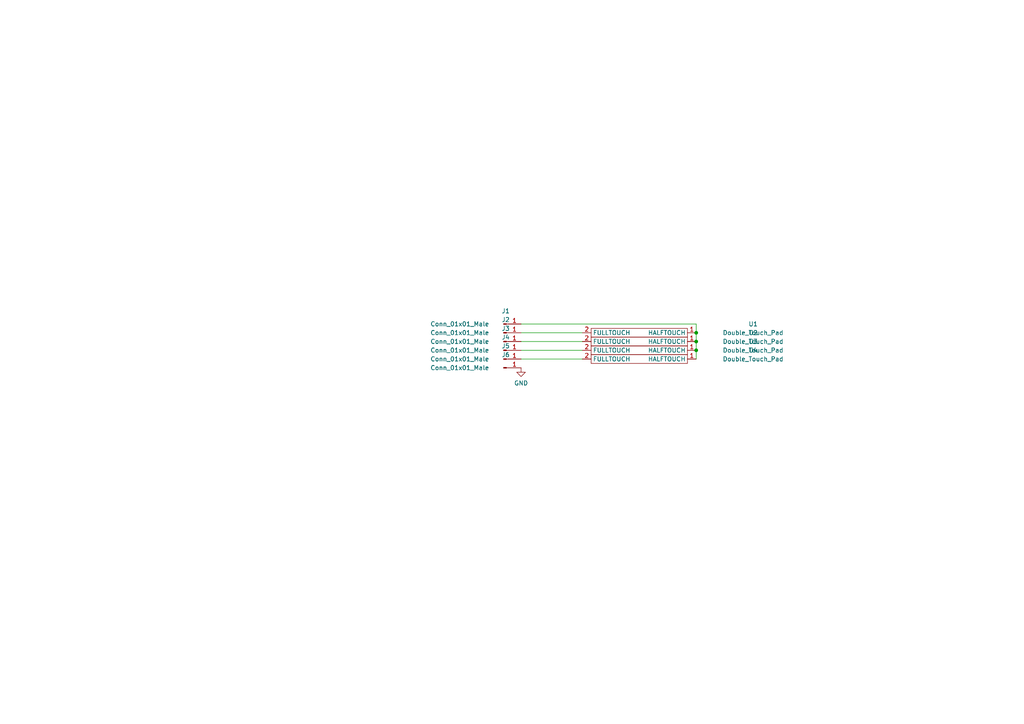
<source format=kicad_sch>
(kicad_sch (version 20211123) (generator eeschema)
  (paper "A4")
  (lib_symbols
    (symbol "Connector:Conn_01x01_Male" (pin_names (offset 1.016) hide)
      (property "Reference" "J" (at 0 2.54 0))
      (property "Value" "Conn_01x01_Male" (at 0 -2.54 0))
      (symbol "Conn_01x01_Male_1_1"
        (polyline (pts (xy 1.27 0) (xy 0.8636 0)) (stroke (width 0.1524)))
        (rectangle (start 0.8636 0.127) (end 0 -0.127) (stroke (width 0.1524)) (fill (type outline)))
        (pin passive line (at 5.08 0 180) (length 3.81) (name "Pin_1") (number "1"))
      )
    )
    (symbol "Time-O-Mat_Library:Double_Touch_Pad"
      (property "Reference" "U?" (at 13.97 3.649 0))
      (property "Value" "Double_Touch_Pad" (at 13.97 1.1121 0))
      (symbol "Double_Touch_Pad_0_1"
        (rectangle (start 0 -1.27) (end 27.94 -3.81) (stroke (width 0.1524)))
      )
      (symbol "Double_Touch_Pad_1_1"
        (pin input line (at 30.48 -2.54 180) (length 2.54) (name "HALFTOUCH") (number "1"))
        (pin input line (at -2.54 -2.54 0) (length 2.54) (name "FULLTOUCH") (number "2"))
      )
    )
    (symbol "power:GND" (power) (pin_names (offset 0))
      (property "Value" "GND" (at 0 -3.81 0))
      (symbol "GND_0_1"
        (polyline (pts (xy 0 0) (xy 0 -1.27) (xy 1.27 -1.27) (xy 0 -2.54) (xy -1.27 -1.27) (xy 0 -1.27)))
      )
      (symbol "GND_1_1"
        (pin power_in line (at 0 0 270) (length 0) hide (name "GND") (number "1"))
      )
    )
  )
  (junction (at 201.93 101.6))
  (junction (at 201.93 99.06))
  (junction (at 201.93 96.52))
  (wire (pts (xy 201.93 101.6) (xy 201.93 104.14)))
  (wire (pts (xy 201.93 99.06) (xy 201.93 101.6)))
  (wire (pts (xy 151.13 96.52) (xy 168.91 96.52)))
  (wire (pts (xy 151.13 99.06) (xy 168.91 99.06)))
  (wire (pts (xy 201.93 96.52) (xy 201.93 93.98)))
  (wire (pts (xy 151.13 104.14) (xy 168.91 104.14)))
  (wire (pts (xy 151.13 101.6) (xy 168.91 101.6)))
  (wire (pts (xy 201.93 96.52) (xy 201.93 99.06)))
  (wire (pts (xy 201.93 93.98) (xy 151.13 93.98)))
  (symbol (lib_id "Time-O-Mat_Library:Double_Touch_Pad") (at 171.45 96.52 0) (unit 1)
    (property "Reference" "U2" (at 218.44 96.5231 0))
    (property "Value" "Double_Touch_Pad" (at 218.44 99.06 0))
    (property "Footprint" "Time-O-Mat_Library:Double_Touchpad" (effects hide))
  )
  (symbol (lib_id "Time-O-Mat_Library:Double_Touch_Pad") (at 171.45 99.06 0) (unit 1)
    (property "Reference" "U3" (at 218.44 99.0631 0))
    (property "Value" "Double_Touch_Pad" (at 218.44 101.6 0))
    (property "Footprint" "Time-O-Mat_Library:Double_Touchpad" (effects hide))
  )
  (symbol (lib_id "Connector:Conn_01x01_Male") (at 146.05 106.68 0) (unit 1)
    (property "Reference" "J6" (at 146.685 102.904 0))
    (property "Value" "Conn_01x01_Male" (at 133.35 106.68 0))
    (property "Footprint" "Time-O-Mat_Library:SolderWirePad_1x01_SMD_2x5mm" (effects hide))
  )
  (symbol (lib_id "Connector:Conn_01x01_Male") (at 146.05 96.52 0) (unit 1)
    (property "Reference" "J2" (at 146.685 92.744 0))
    (property "Value" "Conn_01x01_Male" (at 133.35 96.52 0))
    (property "Footprint" "Time-O-Mat_Library:SolderWirePad_1x01_SMD_2x5mm" (effects hide))
  )
  (symbol (lib_id "Connector:Conn_01x01_Male") (at 146.05 99.06 0) (unit 1)
    (property "Reference" "J3" (at 146.685 95.284 0))
    (property "Value" "Conn_01x01_Male" (at 133.35 99.06 0))
    (property "Footprint" "Time-O-Mat_Library:SolderWirePad_1x01_SMD_2x5mm" (effects hide))
  )
  (symbol (lib_id "Connector:Conn_01x01_Male") (at 146.05 93.98 0) (unit 1)
    (property "Reference" "J1" (at 146.685 90.204 0))
    (property "Value" "Conn_01x01_Male" (at 133.35 93.98 0))
    (property "Footprint" "Time-O-Mat_Library:SolderWirePad_1x01_SMD_2x5mm" (effects hide))
  )
  (symbol (lib_id "Time-O-Mat_Library:Double_Touch_Pad") (at 171.45 93.98 0) (unit 1)
    (property "Reference" "U1" (at 218.44 93.9831 0))
    (property "Value" "Double_Touch_Pad" (at 218.44 96.52 0))
    (property "Footprint" "Time-O-Mat_Library:Double_Touchpad" (effects hide))
  )
  (symbol (lib_id "Time-O-Mat_Library:Double_Touch_Pad") (at 171.45 101.6 0) (unit 1)
    (property "Reference" "U4" (at 218.44 101.6031 0))
    (property "Value" "Double_Touch_Pad" (at 218.44 104.14 0))
    (property "Footprint" "Time-O-Mat_Library:Double_Touchpad" (effects hide))
  )
  (symbol (lib_id "Connector:Conn_01x01_Male") (at 146.05 104.14 0) (unit 1)
    (property "Reference" "J5" (at 146.685 100.364 0))
    (property "Value" "Conn_01x01_Male" (at 133.35 104.14 0))
    (property "Footprint" "Time-O-Mat_Library:SolderWirePad_1x01_SMD_2x5mm" (effects hide))
  )
  (symbol (lib_id "Connector:Conn_01x01_Male") (at 146.05 101.6 0) (unit 1)
    (property "Reference" "J4" (at 146.685 97.824 0))
    (property "Value" "Conn_01x01_Male" (at 133.35 101.6 0))
    (property "Footprint" "Time-O-Mat_Library:SolderWirePad_1x01_SMD_2x5mm" (effects hide))
  )
  (symbol (lib_id "power:GND") (at 151.13 106.68 0) (unit 1)
    (property "Reference" "#PWR0101" (effects hide))
    (property "Value" "GND" (at 151.13 111.1234 0))
  )
)
</source>
